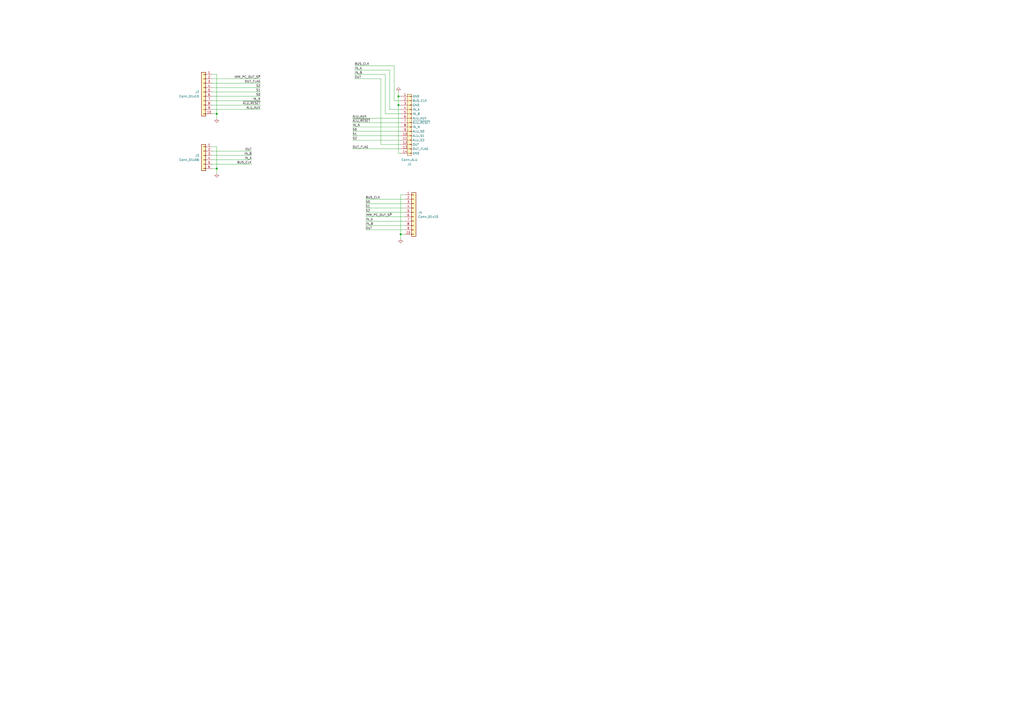
<source format=kicad_sch>
(kicad_sch (version 20211123) (generator eeschema)
  (paper "A2")
  (lib_symbols
    (symbol "Connector_Generic:Conn_01x06" (pin_names (offset 1.016) hide)
      (property "Reference" "J" (at 0 7.62 0))
      (property "Value" "Conn_01x06" (at 0 -10.16 0))
      (symbol "Conn_01x06_1_1"
        (rectangle (start -1.27 -7.493) (end 0 -7.747) (stroke (width 0.1524)))
        (rectangle (start -1.27 -4.953) (end 0 -5.207) (stroke (width 0.1524)))
        (rectangle (start -1.27 -2.413) (end 0 -2.667) (stroke (width 0.1524)))
        (rectangle (start -1.27 0.127) (end 0 -0.127) (stroke (width 0.1524)))
        (rectangle (start -1.27 2.667) (end 0 2.413) (stroke (width 0.1524)))
        (rectangle (start -1.27 5.207) (end 0 4.953) (stroke (width 0.1524)))
        (rectangle (start -1.27 6.35) (end 1.27 -8.89) (stroke (width 0.254)) (fill (type background)))
        (pin passive line (at -5.08 5.08 0) (length 3.81) (name "Pin_1") (number "1"))
        (pin passive line (at -5.08 2.54 0) (length 3.81) (name "Pin_2") (number "2"))
        (pin passive line (at -5.08 0 0) (length 3.81) (name "Pin_3") (number "3"))
        (pin passive line (at -5.08 -2.54 0) (length 3.81) (name "Pin_4") (number "4"))
        (pin passive line (at -5.08 -5.08 0) (length 3.81) (name "Pin_5") (number "5"))
        (pin passive line (at -5.08 -7.62 0) (length 3.81) (name "Pin_6") (number "6"))
      )
    )
    (symbol "Connector_Generic:Conn_01x10" (pin_names (offset 1.016) hide)
      (property "Reference" "J" (at 0 12.7 0))
      (property "Value" "Conn_01x10" (at 0 -15.24 0))
      (symbol "Conn_01x10_1_1"
        (rectangle (start -1.27 -12.573) (end 0 -12.827) (stroke (width 0.1524)))
        (rectangle (start -1.27 -10.033) (end 0 -10.287) (stroke (width 0.1524)))
        (rectangle (start -1.27 -7.493) (end 0 -7.747) (stroke (width 0.1524)))
        (rectangle (start -1.27 -4.953) (end 0 -5.207) (stroke (width 0.1524)))
        (rectangle (start -1.27 -2.413) (end 0 -2.667) (stroke (width 0.1524)))
        (rectangle (start -1.27 0.127) (end 0 -0.127) (stroke (width 0.1524)))
        (rectangle (start -1.27 2.667) (end 0 2.413) (stroke (width 0.1524)))
        (rectangle (start -1.27 5.207) (end 0 4.953) (stroke (width 0.1524)))
        (rectangle (start -1.27 7.747) (end 0 7.493) (stroke (width 0.1524)))
        (rectangle (start -1.27 10.287) (end 0 10.033) (stroke (width 0.1524)))
        (rectangle (start -1.27 11.43) (end 1.27 -13.97) (stroke (width 0.254)) (fill (type background)))
        (pin passive line (at -5.08 10.16 0) (length 3.81) (name "Pin_1") (number "1"))
        (pin passive line (at -5.08 -12.7 0) (length 3.81) (name "Pin_10") (number "10"))
        (pin passive line (at -5.08 7.62 0) (length 3.81) (name "Pin_2") (number "2"))
        (pin passive line (at -5.08 5.08 0) (length 3.81) (name "Pin_3") (number "3"))
        (pin passive line (at -5.08 2.54 0) (length 3.81) (name "Pin_4") (number "4"))
        (pin passive line (at -5.08 0 0) (length 3.81) (name "Pin_5") (number "5"))
        (pin passive line (at -5.08 -2.54 0) (length 3.81) (name "Pin_6") (number "6"))
        (pin passive line (at -5.08 -5.08 0) (length 3.81) (name "Pin_7") (number "7"))
        (pin passive line (at -5.08 -7.62 0) (length 3.81) (name "Pin_8") (number "8"))
        (pin passive line (at -5.08 -10.16 0) (length 3.81) (name "Pin_9") (number "9"))
      )
    )
    (symbol "power:GND" (power) (pin_names (offset 0))
      (property "Value" "GND" (at 0 -3.81 0))
      (symbol "GND_0_1"
        (polyline (pts (xy 0 0) (xy 0 -1.27) (xy 1.27 -1.27) (xy 0 -2.54) (xy -1.27 -1.27) (xy 0 -1.27)))
      )
      (symbol "GND_1_1"
        (pin power_in line (at 0 0 270) (length 0) hide (name "GND") (number "1"))
      )
    )
    (symbol "riscv-serial:Conn_ALU" (pin_names (offset 1.778))
      (property "Reference" "J" (at 0 17.78 0))
      (property "Value" "Conn_ALU" (at 0 -20.32 0))
      (symbol "Conn_ALU_0_1"
        (rectangle (start 0 16.51) (end 2.54 -19.05) (fill (type background)))
      )
      (symbol "Conn_ALU_1_1"
        (polyline (pts (xy 1.27 -17.78) (xy 0.8636 -17.78)) (stroke (width 0.1524)))
        (polyline (pts (xy 1.27 -15.24) (xy 0.8636 -15.24)) (stroke (width 0.1524)))
        (polyline (pts (xy 1.27 -12.7) (xy 0.8636 -12.7)) (stroke (width 0.1524)))
        (polyline (pts (xy 1.27 -10.16) (xy 0.8636 -10.16)) (stroke (width 0.1524)))
        (polyline (pts (xy 1.27 -7.62) (xy 0.8636 -7.62)) (stroke (width 0.1524)))
        (polyline (pts (xy 1.27 -5.08) (xy 0.8636 -5.08)) (stroke (width 0.1524)))
        (polyline (pts (xy 1.27 -2.54) (xy 0.8636 -2.54)) (stroke (width 0.1524)))
        (polyline (pts (xy 1.27 0) (xy 0.8636 0)) (stroke (width 0.1524)))
        (polyline (pts (xy 1.27 2.54) (xy 0.8636 2.54)) (stroke (width 0.1524)))
        (polyline (pts (xy 1.27 5.08) (xy 0.8636 5.08)) (stroke (width 0.1524)))
        (polyline (pts (xy 1.27 7.62) (xy 0.8636 7.62)) (stroke (width 0.1524)))
        (polyline (pts (xy 1.27 10.16) (xy 0.8636 10.16)) (stroke (width 0.1524)))
        (polyline (pts (xy 1.27 12.7) (xy 0.8636 12.7)) (stroke (width 0.1524)))
        (polyline (pts (xy 1.27 15.24) (xy 0.8636 15.24)) (stroke (width 0.1524)))
        (rectangle (start 0.8636 -17.653) (end 0 -17.907) (stroke (width 0.1524)) (fill (type outline)))
        (rectangle (start 0.8636 -15.113) (end 0 -15.367) (stroke (width 0.1524)) (fill (type outline)))
        (rectangle (start 0.8636 -12.573) (end 0 -12.827) (stroke (width 0.1524)) (fill (type outline)))
        (rectangle (start 0.8636 -10.033) (end 0 -10.287) (stroke (width 0.1524)) (fill (type outline)))
        (rectangle (start 0.8636 -7.493) (end 0 -7.747) (stroke (width 0.1524)) (fill (type outline)))
        (rectangle (start 0.8636 -4.953) (end 0 -5.207) (stroke (width 0.1524)) (fill (type outline)))
        (rectangle (start 0.8636 -2.413) (end 0 -2.667) (stroke (width 0.1524)) (fill (type outline)))
        (rectangle (start 0.8636 0.127) (end 0 -0.127) (stroke (width 0.1524)) (fill (type outline)))
        (rectangle (start 0.8636 2.667) (end 0 2.413) (stroke (width 0.1524)) (fill (type outline)))
        (rectangle (start 0.8636 5.207) (end 0 4.953) (stroke (width 0.1524)) (fill (type outline)))
        (rectangle (start 0.8636 7.747) (end 0 7.493) (stroke (width 0.1524)) (fill (type outline)))
        (rectangle (start 0.8636 10.287) (end 0 10.033) (stroke (width 0.1524)) (fill (type outline)))
        (rectangle (start 0.8636 12.827) (end 0 12.573) (stroke (width 0.1524)) (fill (type outline)))
        (rectangle (start 0.8636 15.367) (end 0 15.113) (stroke (width 0.1524)) (fill (type outline)))
        (pin passive line (at 6.35 -17.78 180) (length 5.08) (name "GND") (number "1"))
        (pin passive line (at 6.35 5.08 180) (length 5.08) (name "ALU_S1") (number "10"))
        (pin passive line (at 6.35 7.62 180) (length 5.08) (name "ALU_S2") (number "11"))
        (pin passive line (at 6.35 10.16 180) (length 5.08) (name "OUT") (number "12"))
        (pin passive line (at 6.35 12.7 180) (length 5.08) (name "OUT_FLAG") (number "13"))
        (pin passive line (at 6.35 15.24 180) (length 5.08) (name "GND") (number "14"))
        (pin passive line (at 6.35 -15.24 180) (length 5.08) (name "BUS_CLK") (number "2"))
        (pin passive line (at 6.35 -12.7 180) (length 5.08) (name "GND") (number "3"))
        (pin passive line (at 6.35 -10.16 180) (length 5.08) (name "IN_A") (number "4"))
        (pin passive line (at 6.35 -7.62 180) (length 5.08) (name "IN_B") (number "5"))
        (pin passive line (at 6.35 -5.08 180) (length 5.08) (name "ALU_AUX") (number "6"))
        (pin passive line (at 6.35 -2.54 180) (length 5.08) (name "~{ALU_RESET}") (number "7"))
        (pin passive line (at 6.35 0 180) (length 5.08) (name "IN_N") (number "8"))
        (pin passive line (at 6.35 2.54 180) (length 5.08) (name "ALU_S0") (number "9"))
      )
    )
  )
  (junction (at 231.14 60.96))
  (junction (at 125.73 97.79))
  (junction (at 232.41 135.89))
  (junction (at 231.14 55.88))
  (junction (at 125.73 66.04))
  (wire (pts (xy 125.73 66.04) (xy 123.19 66.04)))
  (wire (pts (xy 212.09 125.73) (xy 234.95 125.73)))
  (wire (pts (xy 223.52 66.04) (xy 223.52 43.18)))
  (wire (pts (xy 232.41 135.89) (xy 232.41 113.03)))
  (wire (pts (xy 231.14 55.88) (xy 231.14 53.34)))
  (wire (pts (xy 232.41 73.66) (xy 204.47 73.66)))
  (wire (pts (xy 123.19 50.8) (xy 151.13 50.8)))
  (wire (pts (xy 212.09 115.57) (xy 234.95 115.57)))
  (wire (pts (xy 232.41 76.2) (xy 204.47 76.2)))
  (wire (pts (xy 232.41 78.74) (xy 204.47 78.74)))
  (wire (pts (xy 125.73 43.18) (xy 123.19 43.18)))
  (wire (pts (xy 123.19 60.96) (xy 151.13 60.96)))
  (wire (pts (xy 212.09 123.19) (xy 234.95 123.19)))
  (wire (pts (xy 123.19 85.09) (xy 125.73 85.09)))
  (wire (pts (xy 232.41 138.43) (xy 232.41 135.89)))
  (wire (pts (xy 232.41 113.03) (xy 234.95 113.03)))
  (wire (pts (xy 232.41 60.96) (xy 231.14 60.96)))
  (wire (pts (xy 232.41 66.04) (xy 223.52 66.04)))
  (wire (pts (xy 226.06 40.64) (xy 205.74 40.64)))
  (wire (pts (xy 212.09 133.35) (xy 234.95 133.35)))
  (wire (pts (xy 125.73 97.79) (xy 123.19 97.79)))
  (wire (pts (xy 228.6 38.1) (xy 205.74 38.1)))
  (wire (pts (xy 212.09 120.65) (xy 234.95 120.65)))
  (wire (pts (xy 125.73 85.09) (xy 125.73 97.79)))
  (wire (pts (xy 212.09 130.81) (xy 234.95 130.81)))
  (wire (pts (xy 228.6 58.42) (xy 228.6 38.1)))
  (wire (pts (xy 123.19 95.25) (xy 146.05 95.25)))
  (wire (pts (xy 232.41 63.5) (xy 226.06 63.5)))
  (wire (pts (xy 232.41 88.9) (xy 231.14 88.9)))
  (wire (pts (xy 232.41 81.28) (xy 204.47 81.28)))
  (wire (pts (xy 125.73 100.33) (xy 125.73 97.79)))
  (wire (pts (xy 123.19 58.42) (xy 151.13 58.42)))
  (wire (pts (xy 232.41 71.12) (xy 204.47 71.12)))
  (wire (pts (xy 232.41 83.82) (xy 220.98 83.82)))
  (wire (pts (xy 212.09 128.27) (xy 234.95 128.27)))
  (wire (pts (xy 231.14 88.9) (xy 231.14 60.96)))
  (wire (pts (xy 232.41 68.58) (xy 204.47 68.58)))
  (wire (pts (xy 123.19 53.34) (xy 151.13 53.34)))
  (wire (pts (xy 232.41 58.42) (xy 228.6 58.42)))
  (wire (pts (xy 123.19 48.26) (xy 151.13 48.26)))
  (wire (pts (xy 146.05 90.17) (xy 123.19 90.17)))
  (wire (pts (xy 212.09 118.11) (xy 234.95 118.11)))
  (wire (pts (xy 123.19 55.88) (xy 151.13 55.88)))
  (wire (pts (xy 220.98 83.82) (xy 220.98 45.72)))
  (wire (pts (xy 146.05 87.63) (xy 123.19 87.63)))
  (wire (pts (xy 231.14 60.96) (xy 231.14 55.88)))
  (wire (pts (xy 146.05 92.71) (xy 123.19 92.71)))
  (wire (pts (xy 125.73 68.58) (xy 125.73 66.04)))
  (wire (pts (xy 231.14 55.88) (xy 232.41 55.88)))
  (wire (pts (xy 125.73 66.04) (xy 125.73 43.18)))
  (wire (pts (xy 123.19 63.5) (xy 151.13 63.5)))
  (wire (pts (xy 223.52 43.18) (xy 205.74 43.18)))
  (wire (pts (xy 226.06 63.5) (xy 226.06 40.64)))
  (wire (pts (xy 220.98 45.72) (xy 205.74 45.72)))
  (wire (pts (xy 232.41 86.36) (xy 204.47 86.36)))
  (wire (pts (xy 232.41 135.89) (xy 234.95 135.89)))
  (wire (pts (xy 151.13 45.72) (xy 123.19 45.72)))
  (label "S0" (at 204.47 76.2 0))
  (label "BUS_CLK" (at 146.05 95.25 180))
  (label "S1" (at 151.13 53.34 180))
  (label "OUT_FLAG" (at 204.47 86.36 0))
  (label "IN_B" (at 205.74 43.18 0))
  (label "OUT" (at 205.74 45.72 0))
  (label "IN_A" (at 205.74 40.64 0))
  (label "S0" (at 212.09 118.11 0))
  (label "IMM_PC_OUT_S~{P}" (at 151.13 45.72 180))
  (label "IN_A" (at 212.09 128.27 0))
  (label "IMM_PC_OUT_S~{P}" (at 212.09 125.73 0))
  (label "S2" (at 151.13 50.8 180))
  (label "S1" (at 212.09 120.65 0))
  (label "OUT" (at 146.05 87.63 180))
  (label "S0" (at 151.13 55.88 180))
  (label "IN_N" (at 204.47 73.66 0))
  (label "OUT_FLAG" (at 151.13 48.26 180))
  (label "~{ALU_RESET}" (at 151.13 60.96 180))
  (label "ALU_AUX" (at 151.13 63.5 180))
  (label "OUT" (at 212.09 133.35 0))
  (label "BUS_CLK" (at 212.09 115.57 0))
  (label "ALU_AUX" (at 204.47 68.58 0))
  (label "S1" (at 204.47 78.74 0))
  (label "IN_N" (at 151.13 58.42 180))
  (label "IN_A" (at 146.05 92.71 180))
  (label "IN_B" (at 212.09 130.81 0))
  (label "BUS_CLK" (at 205.74 38.1 0))
  (label "S2" (at 204.47 81.28 0))
  (label "IN_B" (at 146.05 90.17 180))
  (label "S2" (at 212.09 123.19 0))
  (label "~{ALU_RESET}" (at 204.47 71.12 0))
  (symbol (lib_id "power:GND") (at 231.14 53.34 180) (unit 1)
    (property "Reference" "#PWR041" (effects hide))
    (property "Value" "GND" (effects hide))
  )
  (symbol (lib_id "power:GND") (at 125.73 100.33 0) (mirror y) (unit 1)
    (property "Reference" "#PWR02" (effects hide))
    (property "Value" "GND" (effects hide))
  )
  (symbol (lib_id "Connector_Generic:Conn_01x06") (at 118.11 90.17 0) (mirror y) (unit 1)
    (property "Reference" "J3" (at 115.57 90.1699 0) (effects (justify left)))
    (property "Value" "Conn_01x06" (at 115.57 92.7099 0) (effects (justify left)))
    (property "Footprint" "Connector_IDC:IDC-Header_2x03_P2.54mm_Vertical" (effects hide))
  )
  (symbol (lib_id "power:GND") (at 232.41 138.43 0) (unit 1)
    (property "Reference" "#PWR03" (effects hide))
    (property "Value" "GND" (effects hide))
  )
  (symbol (lib_id "Connector_Generic:Conn_01x10") (at 240.03 123.19 0) (unit 1)
    (property "Reference" "J4" (at 242.57 123.1899 0) (effects (justify left)))
    (property "Value" "Conn_01x10" (at 242.57 125.7299 0) (effects (justify left)))
    (property "Footprint" "Connector_IDC:IDC-Header_2x05_P2.54mm_Vertical" (effects hide))
  )
  (symbol (lib_id "power:GND") (at 125.73 68.58 0) (mirror y) (unit 1)
    (property "Reference" "#PWR01" (effects hide))
    (property "Value" "GND" (effects hide))
  )
  (symbol (lib_id "riscv-serial:Conn_ALU") (at 238.76 73.66 180) (unit 1)
    (property "Reference" "J1" (at 237.5281 95.25 0))
    (property "Value" "Conn_ALU" (at 237.5281 92.71 0))
    (property "Footprint" "Connector_IDC:IDC-Header_2x07_P2.54mm_Vertical" (effects hide))
  )
  (symbol (lib_id "Connector_Generic:Conn_01x10") (at 118.11 53.34 0) (mirror y) (unit 1)
    (property "Reference" "J2" (at 115.57 53.3399 0) (effects (justify left)))
    (property "Value" "Conn_01x10" (at 115.57 55.8799 0) (effects (justify left)))
    (property "Footprint" "Connector_IDC:IDC-Header_2x05_P2.54mm_Vertical" (effects hide))
  )
)
</source>
